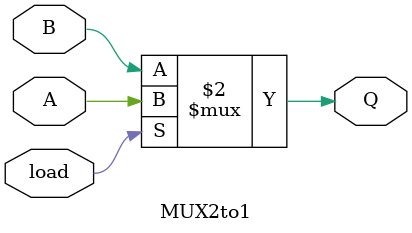
<source format=v>
`timescale 1ns / 1ps


module MUX2to1(input A, input B, input load, output Q);

assign Q=(load==1'b1)? A:B;
endmodule
</source>
